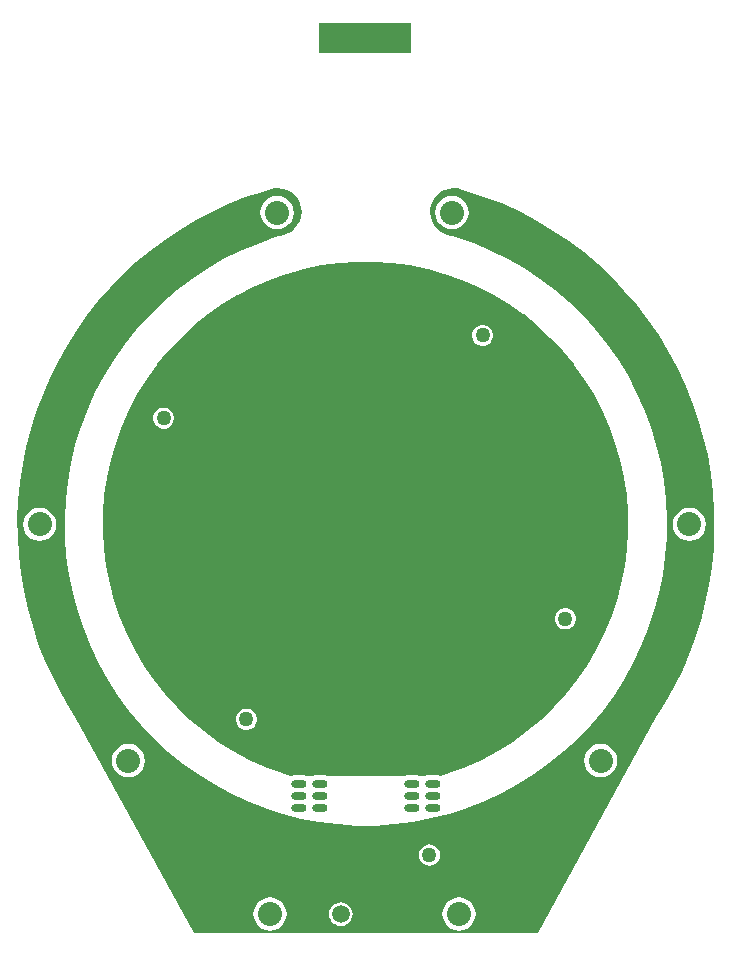
<source format=gbl>
G04*
G04 #@! TF.GenerationSoftware,Altium Limited,Altium Designer,22.10.1 (41)*
G04*
G04 Layer_Physical_Order=4*
G04 Layer_Color=16711680*
%FSLAX25Y25*%
%MOIN*%
G70*
G04*
G04 #@! TF.SameCoordinates,FB2E412C-4C94-422A-880B-86203416BC3E*
G04*
G04*
G04 #@! TF.FilePolarity,Positive*
G04*
G01*
G75*
%ADD16R,0.31000X0.10000*%
%ADD17C,0.08000*%
%ADD18O,0.05118X0.02756*%
%ADD19C,0.05000*%
%ADD20C,0.05906*%
G36*
X3361Y225336D02*
X9223Y224937D01*
X9292Y224930D01*
X15113Y224135D01*
X15182Y224123D01*
X20936Y222935D01*
X21004Y222918D01*
X26664Y221342D01*
X26730Y221321D01*
X32270Y219365D01*
X32335Y219339D01*
X37729Y217011D01*
X37792Y216982D01*
X43016Y214293D01*
X43077Y214259D01*
X48107Y211223D01*
X48165Y211185D01*
X52977Y207814D01*
X53033Y207772D01*
X57605Y204082D01*
X57658Y204037D01*
X61970Y200045D01*
X62019Y199996D01*
X66050Y195722D01*
X66096Y195669D01*
X69827Y191131D01*
X69870Y191076D01*
X73285Y186295D01*
X73323Y186237D01*
X76406Y181235D01*
X76440Y181175D01*
X79176Y175976D01*
X79207Y175913D01*
X81584Y170540D01*
X81610Y170475D01*
X83617Y164954D01*
X83639Y164887D01*
X85267Y159242D01*
X85284Y159175D01*
X86525Y153432D01*
X86537Y153363D01*
X87386Y147550D01*
X87394Y147480D01*
X87846Y141623D01*
X87849Y141553D01*
X87903Y135678D01*
X87901Y135608D01*
X87557Y129743D01*
X87550Y129674D01*
X86808Y123846D01*
X86797Y123777D01*
X85662Y118012D01*
X85646Y117944D01*
X84122Y112270D01*
X84101Y112204D01*
X82196Y106646D01*
X82171Y106581D01*
X79893Y101165D01*
X79864Y101102D01*
X77223Y95853D01*
X77190Y95792D01*
X74199Y90735D01*
X74162Y90676D01*
X70835Y85833D01*
X70794Y85777D01*
X67146Y81171D01*
X67101Y81118D01*
X63150Y76770D01*
X63101Y76720D01*
X58864Y72651D01*
X58812Y72604D01*
X54308Y68831D01*
X54253Y68788D01*
X49504Y65330D01*
X49446Y65291D01*
X44473Y62162D01*
X44413Y62127D01*
X39239Y59343D01*
X39176Y59312D01*
X33825Y56886D01*
X33761Y56859D01*
X28258Y54802D01*
X28192Y54779D01*
X25377Y53940D01*
X25120Y53902D01*
X24632Y54104D01*
X23881Y54203D01*
X21519D01*
X20768Y54104D01*
X20268Y53897D01*
X18232D01*
X17732Y54104D01*
X16981Y54203D01*
X14619D01*
X13868Y54104D01*
X13368Y53897D01*
X-12368D01*
X-12868Y54104D01*
X-13619Y54203D01*
X-15981D01*
X-16732Y54104D01*
X-17232Y53897D01*
X-19368D01*
X-19868Y54104D01*
X-20619Y54203D01*
X-22981D01*
X-23732Y54104D01*
X-24232Y53897D01*
X-24376D01*
X-24669Y53940D01*
X-27484Y54779D01*
X-27550Y54802D01*
X-33053Y56859D01*
X-33118Y56886D01*
X-38468Y59312D01*
X-38531Y59343D01*
X-43705Y62127D01*
X-43765Y62162D01*
X-48738Y65291D01*
X-48796Y65330D01*
X-53545Y68788D01*
X-53600Y68831D01*
X-58104Y72604D01*
X-58156Y72651D01*
X-62393Y76720D01*
X-62442Y76770D01*
X-66393Y81118D01*
X-66438Y81171D01*
X-70086Y85777D01*
X-70127Y85833D01*
X-73454Y90676D01*
X-73491Y90735D01*
X-76482Y95792D01*
X-76515Y95853D01*
X-79185Y101165D01*
X-81463Y106581D01*
X-81488Y106646D01*
X-83393Y112204D01*
X-83414Y112270D01*
X-84938Y117944D01*
X-84954Y118012D01*
X-86089Y123777D01*
X-86100Y123846D01*
X-86842Y129674D01*
X-86849Y129743D01*
X-87194Y135608D01*
X-87195Y135678D01*
X-87141Y141553D01*
X-87138Y141623D01*
X-86686Y147480D01*
X-86678Y147550D01*
X-85830Y153363D01*
X-85817Y153432D01*
X-84576Y159175D01*
X-84559Y159242D01*
X-82931Y164887D01*
X-82909Y164954D01*
X-80902Y170475D01*
X-80876Y170540D01*
X-78499Y175913D01*
X-78469Y175976D01*
X-75732Y181175D01*
X-75698Y181235D01*
X-72615Y186237D01*
X-72576Y186295D01*
X-69162Y191076D01*
X-69119Y191131D01*
X-65388Y195669D01*
X-65342Y195722D01*
X-61311Y199996D01*
X-61262Y200045D01*
X-56950Y204037D01*
X-56897Y204082D01*
X-52325Y207772D01*
X-52270Y207814D01*
X-47457Y211185D01*
X-47399Y211223D01*
X-42369Y214259D01*
X-42309Y214293D01*
X-37084Y216982D01*
X-37021Y217011D01*
X-31627Y219339D01*
X-31562Y219365D01*
X-26022Y221321D01*
X-25956Y221342D01*
X-20296Y222918D01*
X-20228Y222935D01*
X-14474Y224123D01*
X-14406Y224135D01*
X-8584Y224930D01*
X-8515Y224937D01*
X-2653Y225336D01*
X-2584Y225338D01*
X3292D01*
X3361Y225336D01*
D02*
G37*
G36*
X31124Y249777D02*
X31871Y249567D01*
X31871Y249567D01*
X31871Y249567D01*
X34864Y248727D01*
X40751Y246729D01*
X46523Y244419D01*
X52163Y241803D01*
X57655Y238889D01*
X62984Y235686D01*
X68133Y232202D01*
X73089Y228448D01*
X77837Y224434D01*
X82363Y220172D01*
X86655Y215673D01*
X90700Y210952D01*
X94486Y206021D01*
X98004Y200895D01*
X101242Y195588D01*
X104192Y190115D01*
X106844Y184492D01*
X109193Y178735D01*
X111230Y172861D01*
X112949Y166887D01*
X114347Y160829D01*
X115419Y154705D01*
X116161Y148532D01*
X116572Y142329D01*
X116651Y136112D01*
X116398Y129900D01*
X115812Y123711D01*
X114896Y117561D01*
X113652Y111470D01*
X112084Y105453D01*
X110197Y99530D01*
X107996Y93715D01*
X106741Y90871D01*
X106741Y90871D01*
X106724Y90831D01*
X105720Y88560D01*
X103522Y84106D01*
X101135Y79751D01*
X98564Y75502D01*
X97189Y73434D01*
X57766Y1500D01*
X-56766D01*
X-96412Y73703D01*
X-96412Y73703D01*
X-96412D01*
X-98084Y76234D01*
X-101161Y81463D01*
X-103961Y86845D01*
X-106475Y92366D01*
X-108699Y98011D01*
X-110624Y103765D01*
X-112246Y109611D01*
X-113561Y115533D01*
X-114566Y121517D01*
X-115256Y127544D01*
X-115631Y133600D01*
X-115689Y139666D01*
X-115430Y145728D01*
X-114856Y151768D01*
X-113967Y157769D01*
X-112766Y163716D01*
X-111256Y169592D01*
X-109441Y175381D01*
X-107326Y181068D01*
X-104918Y186636D01*
X-102222Y192071D01*
X-99247Y197358D01*
X-95999Y202483D01*
X-92488Y207431D01*
X-88724Y212189D01*
X-84716Y216743D01*
X-80476Y221083D01*
X-76016Y225195D01*
X-71347Y229069D01*
X-66482Y232694D01*
X-61434Y236060D01*
X-56218Y239158D01*
X-50847Y241979D01*
X-45336Y244516D01*
X-39700Y246762D01*
X-33954Y248711D01*
X-31035Y249534D01*
X-31034Y249534D01*
X-31034Y249534D01*
X-30288Y249744D01*
X-28741Y249866D01*
X-27201Y249683D01*
X-25725Y249204D01*
X-24372Y248445D01*
X-23192Y247438D01*
X-22232Y246219D01*
X-21528Y244837D01*
X-21107Y243344D01*
X-20986Y241797D01*
X-21168Y240257D01*
X-21648Y238781D01*
X-22406Y237428D01*
X-23414Y236248D01*
X-24632Y235288D01*
X-26014Y234584D01*
X-26761Y234374D01*
X-26761Y234373D01*
X-29759Y233478D01*
X-35663Y231408D01*
X-41428Y228975D01*
X-47029Y226187D01*
X-52446Y223056D01*
X-57658Y219594D01*
X-62643Y215813D01*
X-67384Y211730D01*
X-71860Y207359D01*
X-76056Y202717D01*
X-79955Y197824D01*
X-83541Y192696D01*
X-86801Y187356D01*
X-89722Y181823D01*
X-92292Y176118D01*
X-94502Y170265D01*
X-96343Y164285D01*
X-97808Y158202D01*
X-98892Y152040D01*
X-99589Y145822D01*
X-99898Y139573D01*
X-99816Y133316D01*
X-99345Y127077D01*
X-98487Y120879D01*
X-97244Y114747D01*
X-95622Y108705D01*
X-93626Y102775D01*
X-91264Y96981D01*
X-88547Y91345D01*
X-85483Y85889D01*
X-82086Y80635D01*
X-78368Y75603D01*
X-74344Y70812D01*
X-70029Y66281D01*
X-65440Y62028D01*
X-60595Y58069D01*
X-55513Y54419D01*
X-50213Y51093D01*
X-44717Y48103D01*
X-39045Y45462D01*
X-33219Y43179D01*
X-27263Y41264D01*
X-21199Y39723D01*
X-15050Y38563D01*
X-8842Y37789D01*
X-2597Y37402D01*
X3660Y37405D01*
X9905Y37799D01*
X16112Y38580D01*
X22260Y39746D01*
X28322Y41294D01*
X34276Y43215D01*
X40099Y45504D01*
X45769Y48152D01*
X51262Y51147D01*
X56558Y54479D01*
X61636Y58134D01*
X66477Y62098D01*
X71061Y66356D01*
X75371Y70892D01*
X79390Y75687D01*
X83103Y80723D01*
X86495Y85981D01*
X89552Y91440D01*
X92264Y97079D01*
X94619Y102875D01*
X96609Y108807D01*
X98225Y114852D01*
X99461Y120985D01*
X100313Y127184D01*
X100777Y133423D01*
X100852Y139680D01*
X100536Y145929D01*
X99832Y152146D01*
X98743Y158307D01*
X97271Y164388D01*
X95423Y170366D01*
X93207Y176217D01*
X90631Y181919D01*
X87704Y187449D01*
X84438Y192786D01*
X80847Y197909D01*
X76943Y202799D01*
X72742Y207436D01*
X68261Y211802D01*
X63516Y215881D01*
X58526Y219656D01*
X53311Y223113D01*
X47891Y226238D01*
X42286Y229020D01*
X36519Y231447D01*
X30612Y233510D01*
X27614Y234403D01*
X26867Y234612D01*
X25484Y235315D01*
X24264Y236274D01*
X23255Y237452D01*
X22496Y238805D01*
X22015Y240280D01*
X21831Y241820D01*
X21950Y243367D01*
X22370Y244861D01*
X23072Y246244D01*
X24031Y247463D01*
X25210Y248472D01*
X26562Y249232D01*
X28037Y249713D01*
X29578Y249897D01*
X31124Y249777D01*
D02*
G37*
%LPC*%
G36*
X39831Y204287D02*
X38909D01*
X38019Y204049D01*
X37221Y203588D01*
X36569Y202936D01*
X36109Y202138D01*
X35870Y201248D01*
Y200327D01*
X36109Y199436D01*
X36569Y198638D01*
X37221Y197987D01*
X38019Y197526D01*
X38909Y197287D01*
X39831D01*
X40721Y197526D01*
X41519Y197987D01*
X42171Y198638D01*
X42632Y199436D01*
X42870Y200327D01*
Y201248D01*
X42632Y202138D01*
X42171Y202936D01*
X41519Y203588D01*
X40721Y204049D01*
X39831Y204287D01*
D02*
G37*
G36*
X-66468Y176728D02*
X-67390D01*
X-68280Y176490D01*
X-69078Y176029D01*
X-69730Y175377D01*
X-70191Y174579D01*
X-70429Y173689D01*
Y172768D01*
X-70191Y171877D01*
X-69730Y171079D01*
X-69078Y170428D01*
X-68280Y169967D01*
X-67390Y169728D01*
X-66468D01*
X-65578Y169967D01*
X-64780Y170428D01*
X-64128Y171079D01*
X-63668Y171877D01*
X-63429Y172768D01*
Y173689D01*
X-63668Y174579D01*
X-64128Y175377D01*
X-64780Y176029D01*
X-65578Y176490D01*
X-66468Y176728D01*
D02*
G37*
G36*
X67390Y109799D02*
X66468D01*
X65578Y109561D01*
X64780Y109100D01*
X64128Y108448D01*
X63668Y107650D01*
X63429Y106760D01*
Y105838D01*
X63668Y104948D01*
X64128Y104150D01*
X64780Y103498D01*
X65578Y103038D01*
X66468Y102799D01*
X67390D01*
X68280Y103038D01*
X69078Y103498D01*
X69730Y104150D01*
X70191Y104948D01*
X70429Y105838D01*
Y106760D01*
X70191Y107650D01*
X69730Y108448D01*
X69078Y109100D01*
X68280Y109561D01*
X67390Y109799D01*
D02*
G37*
G36*
X-38909Y76335D02*
X-39831D01*
X-40721Y76096D01*
X-41519Y75635D01*
X-42171Y74984D01*
X-42632Y74186D01*
X-42870Y73295D01*
Y72374D01*
X-42632Y71484D01*
X-42171Y70686D01*
X-41519Y70034D01*
X-40721Y69573D01*
X-39831Y69335D01*
X-38909D01*
X-38019Y69573D01*
X-37221Y70034D01*
X-36569Y70686D01*
X-36109Y71484D01*
X-35870Y72374D01*
Y73295D01*
X-36109Y74186D01*
X-36569Y74984D01*
X-37221Y75635D01*
X-38019Y76096D01*
X-38909Y76335D01*
D02*
G37*
G36*
X29134Y247280D02*
X27698Y247091D01*
X26360Y246536D01*
X25211Y245655D01*
X24330Y244506D01*
X23775Y243168D01*
X23586Y241732D01*
X23775Y240297D01*
X24330Y238959D01*
X25211Y237810D01*
X26360Y236928D01*
X27698Y236374D01*
X29134Y236185D01*
X30570Y236374D01*
X31908Y236928D01*
X33057Y237810D01*
X33938Y238959D01*
X34492Y240297D01*
X34681Y241732D01*
X34492Y243168D01*
X33938Y244506D01*
X33057Y245655D01*
X31908Y246536D01*
X30570Y247091D01*
X29134Y247280D01*
D02*
G37*
G36*
X-29134D02*
X-30570Y247091D01*
X-31908Y246536D01*
X-33057Y245655D01*
X-33938Y244506D01*
X-34492Y243168D01*
X-34681Y241732D01*
X-34492Y240297D01*
X-33938Y238959D01*
X-33057Y237810D01*
X-31908Y236928D01*
X-30570Y236374D01*
X-29134Y236185D01*
X-27698Y236374D01*
X-26360Y236928D01*
X-25211Y237810D01*
X-24330Y238959D01*
X-23775Y240297D01*
X-23586Y241732D01*
X-23775Y243168D01*
X-24330Y244506D01*
X-25211Y245655D01*
X-26360Y246536D01*
X-27698Y247091D01*
X-29134Y247280D01*
D02*
G37*
G36*
X108268Y143343D02*
X106832Y143154D01*
X105494Y142599D01*
X104345Y141718D01*
X103463Y140569D01*
X102909Y139231D01*
X102720Y137795D01*
X102909Y136360D01*
X103463Y135022D01*
X104345Y133873D01*
X105494Y132991D01*
X106832Y132437D01*
X108268Y132248D01*
X109704Y132437D01*
X111041Y132991D01*
X112190Y133873D01*
X113072Y135022D01*
X113626Y136360D01*
X113815Y137795D01*
X113626Y139231D01*
X113072Y140569D01*
X112190Y141718D01*
X111041Y142599D01*
X109704Y143154D01*
X108268Y143343D01*
D02*
G37*
G36*
X-108268D02*
X-109704Y143154D01*
X-111041Y142599D01*
X-112190Y141718D01*
X-113072Y140569D01*
X-113626Y139231D01*
X-113815Y137795D01*
X-113626Y136360D01*
X-113072Y135022D01*
X-112190Y133873D01*
X-111041Y132991D01*
X-109704Y132437D01*
X-108268Y132248D01*
X-106832Y132437D01*
X-105494Y132991D01*
X-104345Y133873D01*
X-103463Y135022D01*
X-102909Y136360D01*
X-102720Y137795D01*
X-102909Y139231D01*
X-103463Y140569D01*
X-104345Y141718D01*
X-105494Y142599D01*
X-106832Y143154D01*
X-108268Y143343D01*
D02*
G37*
G36*
X78740Y64603D02*
X77304Y64413D01*
X75966Y63859D01*
X74818Y62978D01*
X73936Y61829D01*
X73382Y60491D01*
X73193Y59055D01*
X73382Y57619D01*
X73936Y56281D01*
X74818Y55133D01*
X75966Y54251D01*
X77304Y53697D01*
X78740Y53508D01*
X80176Y53697D01*
X81514Y54251D01*
X82663Y55133D01*
X83544Y56281D01*
X84099Y57619D01*
X84288Y59055D01*
X84099Y60491D01*
X83544Y61829D01*
X82663Y62978D01*
X81514Y63859D01*
X80176Y64413D01*
X78740Y64603D01*
D02*
G37*
G36*
X-78740D02*
X-80176Y64413D01*
X-81514Y63859D01*
X-82663Y62978D01*
X-83544Y61829D01*
X-84099Y60491D01*
X-84288Y59055D01*
X-84099Y57619D01*
X-83544Y56281D01*
X-82663Y55133D01*
X-81514Y54251D01*
X-80176Y53697D01*
X-78740Y53508D01*
X-77304Y53697D01*
X-75966Y54251D01*
X-74818Y55133D01*
X-73936Y56281D01*
X-73382Y57619D01*
X-73193Y59055D01*
X-73382Y60491D01*
X-73936Y61829D01*
X-74818Y62978D01*
X-75966Y63859D01*
X-77304Y64413D01*
X-78740Y64603D01*
D02*
G37*
G36*
X21654Y31089D02*
X20740Y30969D01*
X19888Y30616D01*
X19157Y30055D01*
X18596Y29324D01*
X18244Y28473D01*
X18123Y27559D01*
X18244Y26645D01*
X18596Y25794D01*
X19157Y25063D01*
X19888Y24502D01*
X20740Y24149D01*
X21654Y24029D01*
X22567Y24149D01*
X23419Y24502D01*
X24150Y25063D01*
X24711Y25794D01*
X25063Y26645D01*
X25184Y27559D01*
X25063Y28473D01*
X24711Y29324D01*
X24150Y30055D01*
X23419Y30616D01*
X22567Y30969D01*
X21654Y31089D01*
D02*
G37*
G36*
X-7874Y11861D02*
X-8906Y11725D01*
X-9867Y11327D01*
X-10693Y10693D01*
X-11327Y9867D01*
X-11725Y8906D01*
X-11861Y7874D01*
X-11725Y6842D01*
X-11327Y5881D01*
X-10693Y5055D01*
X-9867Y4421D01*
X-8906Y4023D01*
X-7874Y3887D01*
X-6842Y4023D01*
X-5881Y4421D01*
X-5055Y5055D01*
X-4421Y5881D01*
X-4023Y6842D01*
X-3887Y7874D01*
X-4023Y8906D01*
X-4421Y9867D01*
X-5055Y10693D01*
X-5881Y11327D01*
X-6842Y11725D01*
X-7874Y11861D01*
D02*
G37*
G36*
X31496Y13421D02*
X30060Y13232D01*
X28722Y12678D01*
X27573Y11797D01*
X26692Y10648D01*
X26138Y9310D01*
X25949Y7874D01*
X26138Y6438D01*
X26692Y5100D01*
X27573Y3951D01*
X28722Y3070D01*
X30060Y2516D01*
X31496Y2327D01*
X32932Y2516D01*
X34270Y3070D01*
X35419Y3951D01*
X36300Y5100D01*
X36854Y6438D01*
X37043Y7874D01*
X36854Y9310D01*
X36300Y10648D01*
X35419Y11797D01*
X34270Y12678D01*
X32932Y13232D01*
X31496Y13421D01*
D02*
G37*
G36*
X-31496D02*
X-32932Y13232D01*
X-34270Y12678D01*
X-35419Y11797D01*
X-36300Y10648D01*
X-36854Y9310D01*
X-37043Y7874D01*
X-36854Y6438D01*
X-36300Y5100D01*
X-35419Y3951D01*
X-34270Y3070D01*
X-32932Y2516D01*
X-31496Y2327D01*
X-30060Y2516D01*
X-28722Y3070D01*
X-27573Y3951D01*
X-26692Y5100D01*
X-26138Y6438D01*
X-25949Y7874D01*
X-26138Y9310D01*
X-26692Y10648D01*
X-27573Y11797D01*
X-28722Y12678D01*
X-30060Y13232D01*
X-31496Y13421D01*
D02*
G37*
%LPD*%
D16*
X0Y300000D02*
D03*
D17*
X-31496Y7874D02*
D03*
X31496D02*
D03*
X78740Y59055D02*
D03*
X-78740D02*
D03*
X108268Y137795D02*
D03*
X-108268D02*
D03*
X-29134Y241732D02*
D03*
X29134D02*
D03*
D18*
X-14800Y43300D02*
D03*
D03*
D03*
D03*
X-21800D02*
D03*
D03*
Y47300D02*
D03*
D03*
D03*
Y43300D02*
D03*
D03*
Y47300D02*
D03*
Y51300D02*
D03*
X-14800Y47300D02*
D03*
Y51300D02*
D03*
X15800Y43300D02*
D03*
D03*
D03*
D03*
X22700D02*
D03*
D03*
D03*
D03*
X-14800Y47300D02*
D03*
D03*
D03*
X15800D02*
D03*
D03*
D03*
D03*
X22700D02*
D03*
D03*
D03*
D03*
Y51300D02*
D03*
X15800D02*
D03*
X-21800D02*
D03*
D03*
D03*
X-14800D02*
D03*
D03*
D03*
X15800D02*
D03*
D03*
D03*
X22700D02*
D03*
D03*
D03*
D19*
X39370Y72835D02*
D03*
X-39370D02*
D03*
X-21654Y27559D02*
D03*
X21654D02*
D03*
X66929Y106299D02*
D03*
Y173228D02*
D03*
X39370Y200787D02*
D03*
X-66929Y106299D02*
D03*
X-39370Y200787D02*
D03*
X-66929Y173228D02*
D03*
D20*
X-7874Y7874D02*
D03*
X7874D02*
D03*
M02*

</source>
